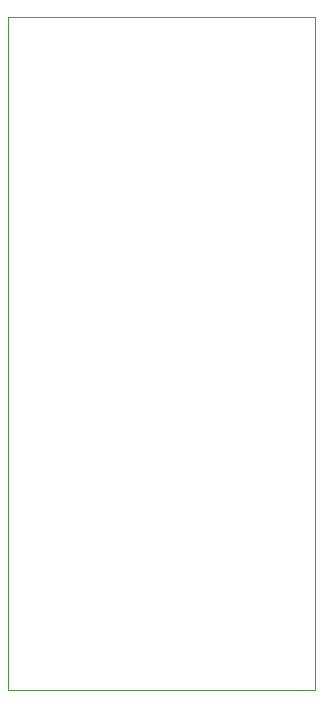
<source format=gm1>
%TF.GenerationSoftware,KiCad,Pcbnew,(6.0.8)*%
%TF.CreationDate,2023-06-24T18:13:04-06:00*%
%TF.ProjectId,RP2040_devBoard,52503230-3430-45f6-9465-76426f617264,rev?*%
%TF.SameCoordinates,Original*%
%TF.FileFunction,Profile,NP*%
%FSLAX46Y46*%
G04 Gerber Fmt 4.6, Leading zero omitted, Abs format (unit mm)*
G04 Created by KiCad (PCBNEW (6.0.8)) date 2023-06-24 18:13:04*
%MOMM*%
%LPD*%
G01*
G04 APERTURE LIST*
%TA.AperFunction,Profile*%
%ADD10C,0.100000*%
%TD*%
G04 APERTURE END LIST*
D10*
X55795000Y-40015000D02*
X81765000Y-40015000D01*
X81765000Y-40015000D02*
X81765000Y-96950000D01*
X81765000Y-96950000D02*
X55795000Y-96950000D01*
X55795000Y-96950000D02*
X55795000Y-40015000D01*
M02*

</source>
